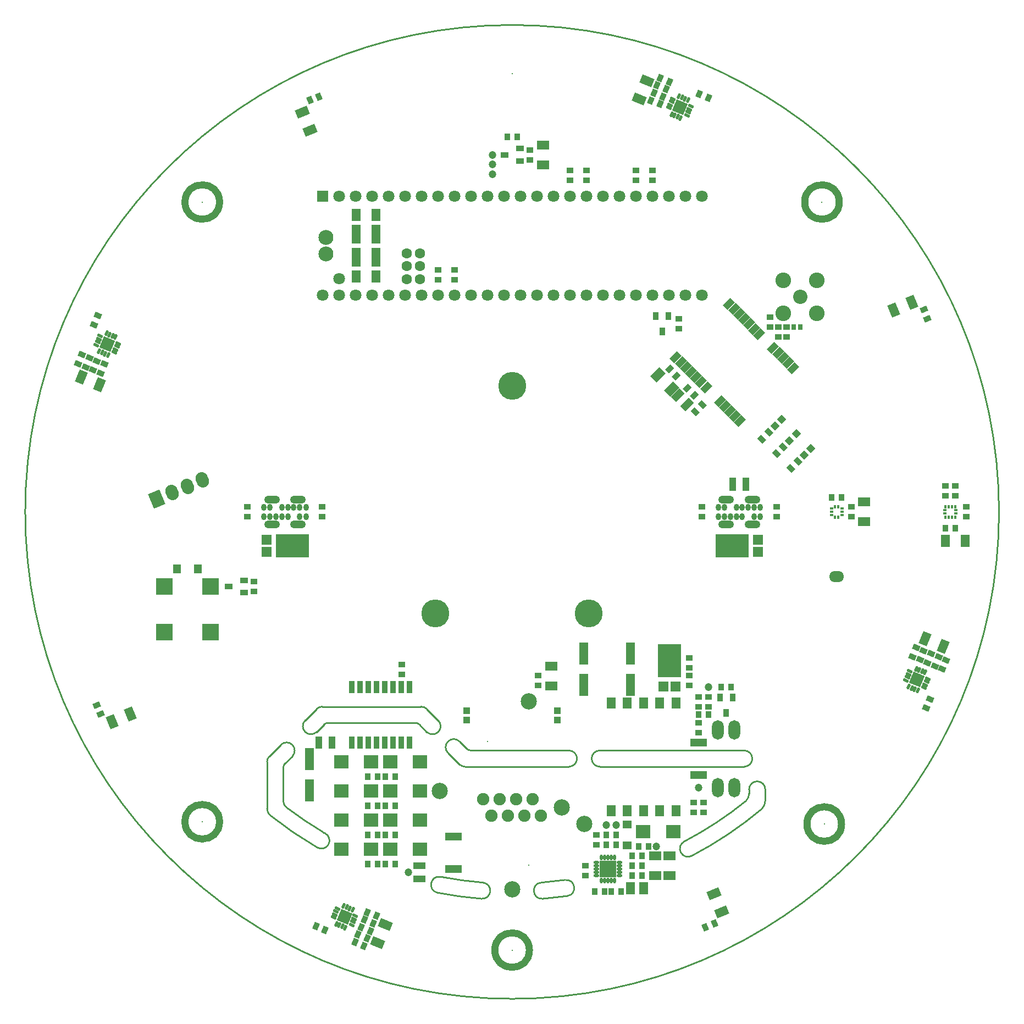
<source format=gbs>
G04*
G04 #@! TF.GenerationSoftware,Altium Limited,Altium Designer,22.2.1 (43)*
G04*
G04 Layer_Color=16711935*
%FSLAX44Y44*%
%MOMM*%
G71*
G04*
G04 #@! TF.SameCoordinates,2D810589-119A-40C1-8923-BCE66BF163E0*
G04*
G04*
G04 #@! TF.FilePolarity,Negative*
G04*
G01*
G75*
%ADD10C,0.2540*%
%ADD59R,0.8382X1.0922*%
G04:AMPARAMS|DCode=64|XSize=1.0922mm|YSize=0.8382mm|CornerRadius=0mm|HoleSize=0mm|Usage=FLASHONLY|Rotation=67.500|XOffset=0mm|YOffset=0mm|HoleType=Round|Shape=Rectangle|*
%AMROTATEDRECTD64*
4,1,4,0.1782,-0.6649,-0.5962,-0.3442,-0.1782,0.6649,0.5962,0.3442,0.1782,-0.6649,0.0*
%
%ADD64ROTATEDRECTD64*%

G04:AMPARAMS|DCode=65|XSize=1.0922mm|YSize=0.8382mm|CornerRadius=0mm|HoleSize=0mm|Usage=FLASHONLY|Rotation=45.000|XOffset=0mm|YOffset=0mm|HoleType=Round|Shape=Rectangle|*
%AMROTATEDRECTD65*
4,1,4,-0.0898,-0.6825,-0.6825,-0.0898,0.0898,0.6825,0.6825,0.0898,-0.0898,-0.6825,0.0*
%
%ADD65ROTATEDRECTD65*%

%ADD67R,1.0922X0.8382*%
G04:AMPARAMS|DCode=69|XSize=1.0922mm|YSize=0.8382mm|CornerRadius=0mm|HoleSize=0mm|Usage=FLASHONLY|Rotation=315.000|XOffset=0mm|YOffset=0mm|HoleType=Round|Shape=Rectangle|*
%AMROTATEDRECTD69*
4,1,4,-0.6825,0.0898,-0.0898,0.6825,0.6825,-0.0898,0.0898,-0.6825,-0.6825,0.0898,0.0*
%
%ADD69ROTATEDRECTD69*%

G04:AMPARAMS|DCode=70|XSize=1.0922mm|YSize=0.8382mm|CornerRadius=0mm|HoleSize=0mm|Usage=FLASHONLY|Rotation=292.500|XOffset=0mm|YOffset=0mm|HoleType=Round|Shape=Rectangle|*
%AMROTATEDRECTD70*
4,1,4,-0.5962,0.3442,0.1782,0.6649,0.5962,-0.3442,-0.1782,-0.6649,-0.5962,0.3442,0.0*
%
%ADD70ROTATEDRECTD70*%

G04:AMPARAMS|DCode=71|XSize=1.0922mm|YSize=0.8382mm|CornerRadius=0mm|HoleSize=0mm|Usage=FLASHONLY|Rotation=247.500|XOffset=0mm|YOffset=0mm|HoleType=Round|Shape=Rectangle|*
%AMROTATEDRECTD71*
4,1,4,-0.1782,0.6649,0.5962,0.3442,0.1782,-0.6649,-0.5962,-0.3442,-0.1782,0.6649,0.0*
%
%ADD71ROTATEDRECTD71*%

G04:AMPARAMS|DCode=74|XSize=1.0922mm|YSize=0.8382mm|CornerRadius=0mm|HoleSize=0mm|Usage=FLASHONLY|Rotation=112.500|XOffset=0mm|YOffset=0mm|HoleType=Round|Shape=Rectangle|*
%AMROTATEDRECTD74*
4,1,4,0.5962,-0.3442,-0.1782,-0.6649,-0.5962,0.3442,0.1782,0.6649,0.5962,-0.3442,0.0*
%
%ADD74ROTATEDRECTD74*%

%ADD90C,4.3032*%
%ADD91O,2.4032X1.2532*%
%ADD92O,0.8532X1.0532*%
%ADD93C,0.2032*%
G04:AMPARAMS|DCode=94|XSize=1.9032mm|YSize=2.4032mm|CornerRadius=0mm|HoleSize=0mm|Usage=FLASHONLY|Rotation=202.500|XOffset=0mm|YOffset=0mm|HoleType=Round|Shape=Rectangle|*
%AMROTATEDRECTD94*
4,1,4,0.4193,1.4743,1.3390,-0.7460,-0.4193,-1.4743,-1.3390,0.7460,0.4193,1.4743,0.0*
%
%ADD94ROTATEDRECTD94*%

G04:AMPARAMS|DCode=95|XSize=1.9032mm|YSize=2.4032mm|CornerRadius=0mm|HoleSize=0mm|Usage=FLASHONLY|Rotation=202.500|XOffset=0mm|YOffset=0mm|HoleType=Round|Shape=Round|*
%AMOVALD95*
21,1,0.5000,1.9032,0.0000,0.0000,292.5*
1,1,1.9032,-0.0957,0.2310*
1,1,1.9032,0.0957,-0.2310*
%
%ADD95OVALD95*%

%ADD96O,2.2032X2.2032*%
%ADD97O,2.4032X2.4032*%
%ADD98C,2.5032*%
%ADD99C,1.9032*%
%ADD100C,1.2032*%
%ADD101O,2.3032X1.7032*%
%ADD102C,2.3032*%
%ADD103C,1.6032*%
%ADD104C,1.8032*%
%ADD105R,1.8032X1.8032*%
%ADD190C,1.1020*%
%ADD191R,1.8542X1.0922*%
G04:AMPARAMS|DCode=192|XSize=1.3462mm|YSize=1.9812mm|CornerRadius=0mm|HoleSize=0mm|Usage=FLASHONLY|Rotation=67.499|XOffset=0mm|YOffset=0mm|HoleType=Round|Shape=Rectangle|*
%AMROTATEDRECTD192*
4,1,4,0.6576,-1.0010,-1.1728,-0.2427,-0.6576,1.0010,1.1728,0.2427,0.6576,-1.0010,0.0*
%
%ADD192ROTATEDRECTD192*%

G04:AMPARAMS|DCode=193|XSize=1.3462mm|YSize=1.9812mm|CornerRadius=0mm|HoleSize=0mm|Usage=FLASHONLY|Rotation=157.500|XOffset=0mm|YOffset=0mm|HoleType=Round|Shape=Rectangle|*
%AMROTATEDRECTD193*
4,1,4,1.0010,0.6576,0.2428,-1.1728,-1.0010,-0.6576,-0.2428,1.1728,1.0010,0.6576,0.0*
%
%ADD193ROTATEDRECTD193*%

G04:AMPARAMS|DCode=194|XSize=0.4532mm|YSize=0.9532mm|CornerRadius=0mm|HoleSize=0mm|Usage=FLASHONLY|Rotation=247.500|XOffset=0mm|YOffset=0mm|HoleType=Round|Shape=Round|*
%AMOVALD194*
21,1,0.5000,0.4532,0.0000,0.0000,337.5*
1,1,0.4532,-0.2310,0.0957*
1,1,0.4532,0.2310,-0.0957*
%
%ADD194OVALD194*%

%ADD195P,2.6208X4X202.5*%
G04:AMPARAMS|DCode=196|XSize=0.4532mm|YSize=0.9532mm|CornerRadius=0mm|HoleSize=0mm|Usage=FLASHONLY|Rotation=337.500|XOffset=0mm|YOffset=0mm|HoleType=Round|Shape=Round|*
%AMOVALD196*
21,1,0.5000,0.4532,0.0000,0.0000,67.5*
1,1,0.4532,-0.0957,-0.2310*
1,1,0.4532,0.0957,0.2310*
%
%ADD196OVALD196*%

G04:AMPARAMS|DCode=197|XSize=1.0922mm|YSize=0.8382mm|CornerRadius=0mm|HoleSize=0mm|Usage=FLASHONLY|Rotation=337.500|XOffset=0mm|YOffset=0mm|HoleType=Round|Shape=Rectangle|*
%AMROTATEDRECTD197*
4,1,4,-0.6649,-0.1782,-0.3442,0.5962,0.6649,0.1782,0.3442,-0.5962,-0.6649,-0.1782,0.0*
%
%ADD197ROTATEDRECTD197*%

G04:AMPARAMS|DCode=198|XSize=1.3462mm|YSize=1.9812mm|CornerRadius=0mm|HoleSize=0mm|Usage=FLASHONLY|Rotation=202.500|XOffset=0mm|YOffset=0mm|HoleType=Round|Shape=Rectangle|*
%AMROTATEDRECTD198*
4,1,4,0.2428,1.1728,1.0010,-0.6576,-0.2428,-1.1728,-1.0010,0.6576,0.2428,1.1728,0.0*
%
%ADD198ROTATEDRECTD198*%

G04:AMPARAMS|DCode=199|XSize=1.0922mm|YSize=0.8382mm|CornerRadius=0mm|HoleSize=0mm|Usage=FLASHONLY|Rotation=202.500|XOffset=0mm|YOffset=0mm|HoleType=Round|Shape=Rectangle|*
%AMROTATEDRECTD199*
4,1,4,0.3442,0.5962,0.6649,-0.1782,-0.3442,-0.5962,-0.6649,0.1782,0.3442,0.5962,0.0*
%
%ADD199ROTATEDRECTD199*%

%ADD200P,2.6208X4X292.5*%
G04:AMPARAMS|DCode=201|XSize=1.3462mm|YSize=1.9812mm|CornerRadius=0mm|HoleSize=0mm|Usage=FLASHONLY|Rotation=247.500|XOffset=0mm|YOffset=0mm|HoleType=Round|Shape=Rectangle|*
%AMROTATEDRECTD201*
4,1,4,-0.6576,1.0010,1.1728,0.2428,0.6576,-1.0010,-1.1728,-0.2428,-0.6576,1.0010,0.0*
%
%ADD201ROTATEDRECTD201*%

G04:AMPARAMS|DCode=202|XSize=1.3462mm|YSize=1.9812mm|CornerRadius=0mm|HoleSize=0mm|Usage=FLASHONLY|Rotation=292.500|XOffset=0mm|YOffset=0mm|HoleType=Round|Shape=Rectangle|*
%AMROTATEDRECTD202*
4,1,4,-1.1728,0.2428,0.6576,1.0010,1.1728,-0.2428,-0.6576,-1.0010,-1.1728,0.2428,0.0*
%
%ADD202ROTATEDRECTD202*%

G04:AMPARAMS|DCode=203|XSize=1.0922mm|YSize=0.8382mm|CornerRadius=0mm|HoleSize=0mm|Usage=FLASHONLY|Rotation=202.500|XOffset=0mm|YOffset=0mm|HoleType=Round|Shape=Rectangle|*
%AMROTATEDRECTD203*
4,1,4,0.3442,0.5962,0.6649,-0.1782,-0.3442,-0.5962,-0.6649,0.1782,0.3442,0.5962,0.0*
%
%ADD203ROTATEDRECTD203*%

G04:AMPARAMS|DCode=204|XSize=1.3462mm|YSize=1.9812mm|CornerRadius=0mm|HoleSize=0mm|Usage=FLASHONLY|Rotation=112.499|XOffset=0mm|YOffset=0mm|HoleType=Round|Shape=Rectangle|*
%AMROTATEDRECTD204*
4,1,4,1.1728,-0.2428,-0.6576,-1.0009,-1.1728,0.2428,0.6576,1.0009,1.1728,-0.2428,0.0*
%
%ADD204ROTATEDRECTD204*%

%ADD205O,1.8032X3.0032*%
%ADD206R,1.0032X0.6532*%
G04:AMPARAMS|DCode=207|XSize=1.0282mm|YSize=1.6032mm|CornerRadius=0mm|HoleSize=0mm|Usage=FLASHONLY|Rotation=315.000|XOffset=0mm|YOffset=0mm|HoleType=Round|Shape=Rectangle|*
%AMROTATEDRECTD207*
4,1,4,-0.9303,-0.2033,0.2033,0.9303,0.9303,0.2033,-0.2033,-0.9303,-0.9303,-0.2033,0.0*
%
%ADD207ROTATEDRECTD207*%

%ADD208R,0.5532X0.4532*%
%ADD209R,0.4532X0.5532*%
G04:AMPARAMS|DCode=210|XSize=1.0922mm|YSize=1.8542mm|CornerRadius=0mm|HoleSize=0mm|Usage=FLASHONLY|Rotation=135.000|XOffset=0mm|YOffset=0mm|HoleType=Round|Shape=Rectangle|*
%AMROTATEDRECTD210*
4,1,4,1.0417,0.2694,-0.2694,-1.0417,-1.0417,-0.2694,0.2694,1.0417,1.0417,0.2694,0.0*
%
%ADD210ROTATEDRECTD210*%

%ADD211R,1.6032X1.5932*%
%ADD212R,5.0632X3.5632*%
G04:AMPARAMS|DCode=213|XSize=1.3462mm|YSize=1.9812mm|CornerRadius=0mm|HoleSize=0mm|Usage=FLASHONLY|Rotation=315.000|XOffset=0mm|YOffset=0mm|HoleType=Round|Shape=Rectangle|*
%AMROTATEDRECTD213*
4,1,4,-1.1764,-0.2245,0.2245,1.1764,1.1764,0.2245,-0.2245,-1.1764,-1.1764,-0.2245,0.0*
%
%ADD213ROTATEDRECTD213*%

%ADD214R,0.5832X0.4532*%
%ADD215R,0.4532X0.5832*%
%ADD216R,1.9812X1.3462*%
%ADD217P,1.4187X4X360.0*%
%ADD218R,1.3462X1.9812*%
%ADD219R,0.7732X0.8232*%
%ADD220R,2.2032X2.0032*%
%ADD221O,0.9532X0.4532*%
%ADD222O,0.4532X0.9532*%
%ADD223R,2.6532X2.6532*%
%ADD224R,1.4032X3.4032*%
%ADD225R,1.4732X1.7532*%
%ADD226R,1.0922X1.8542*%
%ADD227R,0.9632X1.8532*%
%ADD228R,1.0032X1.0032*%
%ADD229R,2.5032X1.2532*%
%ADD230R,1.5932X1.6032*%
%ADD231R,3.5632X5.0632*%
%ADD232R,0.9032X1.2032*%
%ADD233R,1.4032X1.2032*%
%ADD234R,1.3462X1.8542*%
%ADD235R,1.2032X1.4032*%
%ADD236R,1.2032X0.9032*%
%ADD237R,1.3462X2.9972*%
%ADD238R,2.5032X2.5032*%
G04:AMPARAMS|DCode=239|XSize=0.4532mm|YSize=0.9532mm|CornerRadius=0mm|HoleSize=0mm|Usage=FLASHONLY|Rotation=157.499|XOffset=0mm|YOffset=0mm|HoleType=Round|Shape=Round|*
%AMOVALD239*
21,1,0.5000,0.4532,0.0000,0.0000,247.5*
1,1,0.4532,0.0957,0.2310*
1,1,0.4532,-0.0957,-0.2310*
%
%ADD239OVALD239*%

%ADD240P,2.6208X4X112.5*%
G04:AMPARAMS|DCode=241|XSize=0.4532mm|YSize=0.9532mm|CornerRadius=0mm|HoleSize=0mm|Usage=FLASHONLY|Rotation=247.499|XOffset=0mm|YOffset=0mm|HoleType=Round|Shape=Round|*
%AMOVALD241*
21,1,0.5000,0.4532,0.0000,0.0000,337.5*
1,1,0.4532,-0.2310,0.0957*
1,1,0.4532,0.2310,-0.0957*
%
%ADD241OVALD241*%

%ADD242C,0.7532*%
D10*
X-109924Y-562113D02*
G03*
X-114724Y-586648I-2400J-12268D01*
G01*
X-47045Y-595906D02*
G03*
X-45078Y-570983I984J12461D01*
G01*
X-109924Y-562113D02*
G03*
X-45078Y-570983I109924J562113D01*
G01*
X-114724Y-586648D02*
G03*
X-47045Y-595906I114724J586648D01*
G01*
X-345493Y-456824D02*
G03*
X-291590Y-492980I345493J456824D01*
G01*
X360236Y-445291D02*
G03*
X365000Y-433789I-11502J11502D01*
G01*
X384651Y-457559D02*
G03*
X390000Y-444646I-12913J12913D01*
G01*
X377500Y-415000D02*
G03*
X365000Y-427500I0J-12500D01*
G01*
X390000D02*
G03*
X377500Y-415000I-12500J0D01*
G01*
X265110Y-507711D02*
G03*
X276681Y-529872I5785J-11081D01*
G01*
X47045Y-595906D02*
G03*
X84886Y-591702I-47045J595906D01*
G01*
X45078Y-570983D02*
G03*
X81336Y-566955I-45078J570983D01*
G01*
X84886Y-591702D02*
G03*
X81336Y-566955I-1775J12373D01*
G01*
X265110Y-507711D02*
G03*
X360236Y-445291I-265110J507711D01*
G01*
X276681Y-529872D02*
G03*
X384651Y-457559I-276681J529872D01*
G01*
X45078Y-570983D02*
G03*
X47045Y-595906I984J-12461D01*
G01*
X-372571Y-467472D02*
G03*
X-299807Y-517161I372559J467458D01*
G01*
D02*
G03*
X-288036Y-495107I6017J10956D01*
G01*
X-352404Y-445290D02*
G03*
X-347540Y-455262I12655J-0D01*
G01*
X-377435Y-457500D02*
G03*
X-372571Y-467472I12655J-0D01*
G01*
X-373965Y-376465D02*
G03*
X-377500Y-385000I8536J-8536D01*
G01*
X-338572Y-376428D02*
G03*
X-338572Y-358750I-8839J8839D01*
G01*
D02*
G03*
X-356250Y-358750I-8839J-8839D01*
G01*
X-349929Y-387784D02*
G03*
X-352404Y-393759I5975J-5975D01*
G01*
X357500Y-392500D02*
G03*
X370000Y-380000I0J12500D01*
G01*
D02*
G03*
X357500Y-367500I-12500J0D01*
G01*
X135000D02*
G03*
X122500Y-380000I0J-12500D01*
G01*
D02*
G03*
X135000Y-392500I12500J0D01*
G01*
X-283741Y-325096D02*
G03*
X-289716Y-327571I0J-8449D01*
G01*
X-318750Y-321250D02*
G03*
X-318750Y-338928I8839J-8839D01*
G01*
D02*
G03*
X-301072Y-338928I8839J8839D01*
G01*
X-292500Y-300000D02*
G03*
X-301035Y-303535I0J-12071D01*
G01*
X-131465D02*
G03*
X-140000Y-300000I-8536J-8536D01*
G01*
X-131428Y-338928D02*
G03*
X-113750Y-338928I8839J8839D01*
G01*
D02*
G03*
X-113750Y-321250I-8839J8839D01*
G01*
X-142784Y-327571D02*
G03*
X-148759Y-325096I-5975J-5975D01*
G01*
X-69716Y-364929D02*
G03*
X-63741Y-367404I5975J5975D01*
G01*
X87500Y-392500D02*
G03*
X100000Y-380000I0J12500D01*
G01*
D02*
G03*
X87500Y-367500I-12500J0D01*
G01*
X-98750Y-353572D02*
G03*
X-98750Y-371250I8839J-8839D01*
G01*
X-81072Y-353572D02*
G03*
X-98750Y-353572I-8839J-8839D01*
G01*
X-81035Y-388965D02*
G03*
X-72500Y-392500I8536J8536D01*
G01*
X750000Y0D02*
G03*
X750000Y0I-750000J0D01*
G01*
X-347540Y-455262D02*
X-345493Y-456824D01*
X-291590Y-492980D02*
X-288036Y-495107D01*
X365000Y-433789D02*
Y-427500D01*
X390000Y-444646D02*
Y-427500D01*
X135000Y-367500D02*
X357500D01*
X-352404Y-445290D02*
Y-393759D01*
X-377500Y-385000D02*
X-377435Y-457500D01*
X-373965Y-376465D02*
X-356250Y-358750D01*
X-349929Y-387784D02*
X-338572Y-376428D01*
X135000Y-392500D02*
X357500D01*
X-301072Y-338928D02*
X-289716Y-327571D01*
X-318750Y-321250D02*
X-301035Y-303535D01*
X-283741Y-325010D02*
X-148759Y-325096D01*
X-131465Y-303535D02*
X-113750Y-321250D01*
X-292500Y-300000D02*
X-140000Y-300000D01*
X-142784Y-327571D02*
X-131428Y-338928D01*
X-81072Y-353572D02*
X-69716Y-364929D01*
X-72500Y-392500D02*
X87500D01*
X-98750Y-371250D02*
X-81035Y-388965D01*
X-63741Y-367404D02*
X87500Y-367500D01*
D59*
X492380Y22500D02*
D03*
X507620D02*
D03*
X667380Y-25000D02*
D03*
X682620D02*
D03*
X127380Y-585000D02*
D03*
X142620D02*
D03*
X200120Y-560000D02*
D03*
X184880D02*
D03*
X200120Y-530000D02*
D03*
X184880D02*
D03*
X-207380Y-407500D02*
D03*
X-222620Y-407500D02*
D03*
X-207380Y-452500D02*
D03*
X-222620Y-452500D02*
D03*
X-207380Y-542500D02*
D03*
X-222620Y-542500D02*
D03*
X-207380Y-497500D02*
D03*
X-222620Y-497500D02*
D03*
X337620Y-270000D02*
D03*
X322380D02*
D03*
X-195120Y-407500D02*
D03*
X-179880Y-407500D02*
D03*
X-195120Y-452500D02*
D03*
X-179880Y-452500D02*
D03*
X-195120Y-497500D02*
D03*
X-179880Y-497500D02*
D03*
X-195120Y-542500D02*
D03*
X-179880Y-542500D02*
D03*
X302620Y-312500D02*
D03*
X287380Y-312500D02*
D03*
X144880Y-497500D02*
D03*
X160120D02*
D03*
X167620Y-585000D02*
D03*
X152380Y-585000D02*
D03*
X200120Y-545000D02*
D03*
X184880Y-545000D02*
D03*
X194880Y-515000D02*
D03*
X210120D02*
D03*
X144880Y-512500D02*
D03*
X160120D02*
D03*
X-7620Y577500D02*
D03*
X7620D02*
D03*
D64*
X302239Y637895D02*
D03*
X288159Y643727D02*
D03*
X242186Y662770D02*
D03*
X228106Y668602D02*
D03*
X223323Y657053D02*
D03*
X237403Y651221D02*
D03*
X218539Y645504D02*
D03*
X232619Y639672D02*
D03*
X213756Y633956D02*
D03*
X227836Y628124D02*
D03*
X-223052Y-616576D02*
D03*
X-208972Y-622408D02*
D03*
D65*
X242112Y220388D02*
D03*
X252888Y209612D02*
D03*
X269612Y190388D02*
D03*
X280388Y179612D02*
D03*
D67*
X407500Y-7620D02*
D03*
Y7620D02*
D03*
X292500Y7620D02*
D03*
Y-7620D02*
D03*
X88900Y525780D02*
D03*
Y510540D02*
D03*
X114300Y525780D02*
D03*
Y510540D02*
D03*
X410000Y269880D02*
D03*
Y285120D02*
D03*
X422500Y269880D02*
D03*
Y285120D02*
D03*
X-114300Y372960D02*
D03*
Y357720D02*
D03*
X397500Y284880D02*
D03*
Y300120D02*
D03*
X682500Y24880D02*
D03*
Y40120D02*
D03*
X667500Y24880D02*
D03*
Y40120D02*
D03*
X-88900Y372960D02*
D03*
X-88900Y357720D02*
D03*
X522500Y-7620D02*
D03*
X522500Y7620D02*
D03*
X700000Y7620D02*
D03*
Y-7620D02*
D03*
X130000Y-512620D02*
D03*
Y-497380D02*
D03*
X302500Y-284880D02*
D03*
X302500Y-300120D02*
D03*
X280000Y-462620D02*
D03*
Y-447380D02*
D03*
X272500Y-224880D02*
D03*
X272500Y-240120D02*
D03*
X295000Y-447380D02*
D03*
Y-462620D02*
D03*
X272500Y-267620D02*
D03*
X272500Y-252380D02*
D03*
X-170000Y-234880D02*
D03*
Y-250120D02*
D03*
X40000Y-252380D02*
D03*
Y-267620D02*
D03*
X287500Y-300120D02*
D03*
X287500Y-284880D02*
D03*
X112500Y-560120D02*
D03*
X112500Y-544880D02*
D03*
X287500Y-340120D02*
D03*
X287500Y-324880D02*
D03*
X-397500Y-122620D02*
D03*
Y-107380D02*
D03*
X27500Y542380D02*
D03*
Y557620D02*
D03*
X-292500Y-7620D02*
D03*
Y7620D02*
D03*
X-407500Y7620D02*
D03*
Y-7620D02*
D03*
X190500Y510540D02*
D03*
Y525780D02*
D03*
X215900Y525780D02*
D03*
X215900Y510540D02*
D03*
X256540Y281940D02*
D03*
Y297180D02*
D03*
D69*
X395388Y122888D02*
D03*
X384612Y112112D02*
D03*
X417888Y100388D02*
D03*
X407112Y89612D02*
D03*
X292888Y165388D02*
D03*
X282112Y154612D02*
D03*
X440388Y77888D02*
D03*
X429612Y67112D02*
D03*
D70*
X311475Y-634063D02*
D03*
X297395Y-639895D02*
D03*
D71*
X-223326Y-657036D02*
D03*
X-237405Y-651204D02*
D03*
X-302239Y-637895D02*
D03*
X-288159Y-643727D02*
D03*
X-218542Y-645488D02*
D03*
X-232622Y-639655D02*
D03*
X-213756Y-633956D02*
D03*
X-227836Y-628124D02*
D03*
X-242186Y-662769D02*
D03*
X-228106Y-668602D02*
D03*
D74*
X-311477Y634068D02*
D03*
X-297397Y639900D02*
D03*
D90*
X118110Y-156210D02*
D03*
X-118110D02*
D03*
X0Y194310D02*
D03*
D91*
X-330000Y-19300D02*
D03*
X-370000Y-19300D02*
D03*
Y19300D02*
D03*
X-330000Y19300D02*
D03*
X330000Y-19300D02*
D03*
X370000D02*
D03*
Y19300D02*
D03*
X330000D02*
D03*
D92*
X-354500Y7000D02*
D03*
X-373000D02*
D03*
X-382500Y7000D02*
D03*
X-336500Y7000D02*
D03*
X-345500D02*
D03*
X-327000D02*
D03*
X-317500D02*
D03*
X-345500Y-7000D02*
D03*
X-327000D02*
D03*
X-317500Y-7000D02*
D03*
X-363500Y-7000D02*
D03*
X-354500D02*
D03*
X-373000D02*
D03*
X-382500D02*
D03*
X382500Y7000D02*
D03*
X373000D02*
D03*
X354500D02*
D03*
X363500D02*
D03*
X317500D02*
D03*
X327000D02*
D03*
X345500D02*
D03*
X317500Y-7000D02*
D03*
X327000D02*
D03*
X345500D02*
D03*
X336500D02*
D03*
X382500D02*
D03*
X373000D02*
D03*
X354500D02*
D03*
D93*
X0Y675000D02*
D03*
X480832Y-480832D02*
D03*
X0Y-675000D02*
D03*
X-477297Y-477297D02*
D03*
Y477297D02*
D03*
X477297D02*
D03*
X-38100Y-353400D02*
D03*
X25400Y-543900D02*
D03*
D94*
X-547416Y19987D02*
D03*
D95*
X-523949Y29707D02*
D03*
X-500483Y39427D02*
D03*
X-477016Y49147D02*
D03*
D96*
X443548Y331048D02*
D03*
D97*
X469048Y356548D02*
D03*
X418048D02*
D03*
Y305548D02*
D03*
X469048D02*
D03*
D98*
X25400Y-291750D02*
D03*
X76200Y-455000D02*
D03*
X111250Y-480400D02*
D03*
X-111250Y-429600D02*
D03*
X0Y-581250D02*
D03*
D99*
X31750Y-442300D02*
D03*
X6350D02*
D03*
X-19050D02*
D03*
X-44450D02*
D03*
X-31750Y-467700D02*
D03*
X-6350D02*
D03*
X19050D02*
D03*
X44450D02*
D03*
D100*
X287500Y-425000D02*
D03*
X145000Y-482500D02*
D03*
X-160000Y-555000D02*
D03*
X160000Y-482500D02*
D03*
X222500Y-515000D02*
D03*
X302500Y-270000D02*
D03*
X-30000Y520000D02*
D03*
Y535000D02*
D03*
Y550000D02*
D03*
D101*
X500000Y-100000D02*
D03*
D102*
X-287000Y422700D02*
D03*
Y397300D02*
D03*
D103*
X-162400Y398300D02*
D03*
Y378300D02*
D03*
Y358300D02*
D03*
X-142400Y398300D02*
D03*
Y378300D02*
D03*
Y358300D02*
D03*
D104*
X-266700Y359200D02*
D03*
X38100Y333800D02*
D03*
X12700D02*
D03*
X-12700D02*
D03*
X-38100D02*
D03*
X-63500D02*
D03*
X-88900Y333800D02*
D03*
X-114300Y333800D02*
D03*
X-139700D02*
D03*
X-165100D02*
D03*
X-190500D02*
D03*
X-215900Y333800D02*
D03*
X-241300Y333800D02*
D03*
X-266700D02*
D03*
X-292100D02*
D03*
X38100Y486200D02*
D03*
X12700D02*
D03*
X-12700D02*
D03*
X-38100D02*
D03*
X-63500D02*
D03*
X-88900D02*
D03*
X-114300D02*
D03*
X-139700D02*
D03*
X-165100D02*
D03*
X-190500D02*
D03*
X-215900D02*
D03*
X-241300D02*
D03*
X-266700D02*
D03*
X63500D02*
D03*
X88900D02*
D03*
X114300D02*
D03*
X139700D02*
D03*
X165100D02*
D03*
X190500D02*
D03*
X215900D02*
D03*
X241300D02*
D03*
X266700D02*
D03*
X292100D02*
D03*
Y333800D02*
D03*
X266700D02*
D03*
X241300D02*
D03*
X215900D02*
D03*
X190500D02*
D03*
X165100D02*
D03*
X139700D02*
D03*
X114300D02*
D03*
X88900D02*
D03*
X63500D02*
D03*
D105*
X-292100Y486200D02*
D03*
D190*
X507443Y-480832D02*
G03*
X507443Y-480832I-26610J0D01*
G01*
X26610Y-675000D02*
G03*
X26610Y-675000I-26610J0D01*
G01*
X-450687Y-477297D02*
G03*
X-450687Y-477297I-26610J0D01*
G01*
Y477297D02*
G03*
X-450687Y477297I-26610J0D01*
G01*
X503907D02*
G03*
X503907Y477297I-26610J0D01*
G01*
D191*
X-142500Y-565160D02*
D03*
X-142500Y-544840D02*
D03*
D192*
X-207360Y-663910D02*
D03*
X-195696Y-635750D02*
D03*
D193*
X635766Y-195693D02*
D03*
X663926Y-207358D02*
D03*
X-663926Y207358D02*
D03*
X-635766Y195693D02*
D03*
D194*
X634607Y-270981D02*
D03*
X636520Y-266361D02*
D03*
X640347Y-257122D02*
D03*
X638433Y-261742D02*
D03*
X608804Y-254881D02*
D03*
X606890Y-259500D02*
D03*
X610717Y-250261D02*
D03*
X612630Y-245642D02*
D03*
X273126Y620188D02*
D03*
X275040Y624807D02*
D03*
X271213Y615569D02*
D03*
X269299Y610949D02*
D03*
X243496Y627049D02*
D03*
X241583Y622430D02*
D03*
X245410Y631669D02*
D03*
X247323Y636288D02*
D03*
X-612630Y245642D02*
D03*
X-610717Y250261D02*
D03*
X-606890Y259500D02*
D03*
X-608804Y254881D02*
D03*
X-638433Y261742D02*
D03*
X-640347Y257122D02*
D03*
X-636520Y266361D02*
D03*
X-634607Y270981D02*
D03*
D195*
X623619Y-258311D02*
D03*
X-623619Y258311D02*
D03*
D196*
X620188Y-273126D02*
D03*
X624807Y-275040D02*
D03*
X615569Y-271213D02*
D03*
X610949Y-269299D02*
D03*
X627049Y-243496D02*
D03*
X622430Y-241583D02*
D03*
X631669Y-245410D02*
D03*
X636288Y-247323D02*
D03*
X270981Y634607D02*
D03*
X266361Y636520D02*
D03*
X257122Y640347D02*
D03*
X261742Y638433D02*
D03*
X254881Y608804D02*
D03*
X259500Y606890D02*
D03*
X250261Y610717D02*
D03*
X245642Y612631D02*
D03*
X-636288Y247323D02*
D03*
X-631669Y245410D02*
D03*
X-622430Y241583D02*
D03*
X-627049Y243496D02*
D03*
X-610949Y269299D02*
D03*
X-615569Y271213D02*
D03*
X-624807Y275040D02*
D03*
X-620188Y273126D02*
D03*
D197*
X637895Y-302238D02*
D03*
X643727Y-288159D02*
D03*
X662769Y-242186D02*
D03*
X668602Y-228106D02*
D03*
X657053Y-223323D02*
D03*
X651221Y-237403D02*
D03*
X645504Y-218539D02*
D03*
X639672Y-232619D02*
D03*
X633956Y-213756D02*
D03*
X628124Y-227836D02*
D03*
X-643727Y288159D02*
D03*
X-637895Y302239D02*
D03*
X-668602Y228106D02*
D03*
X-662770Y242186D02*
D03*
X-651221Y237403D02*
D03*
X-657053Y223323D02*
D03*
X-639672Y232619D02*
D03*
X-645504Y218539D02*
D03*
X-628124Y227836D02*
D03*
X-633956Y213756D02*
D03*
X622407Y-208972D02*
D03*
X616575Y-223052D02*
D03*
D198*
X587930Y311178D02*
D03*
X616091Y322843D02*
D03*
X-616090Y-322843D02*
D03*
X-587930Y-311178D02*
D03*
D199*
X634068Y311477D02*
D03*
X639900Y297397D02*
D03*
X-634068Y-311477D02*
D03*
D200*
X258311Y623619D02*
D03*
D201*
X195693Y635766D02*
D03*
X207358Y663926D02*
D03*
D202*
X-311178Y587931D02*
D03*
X-322843Y616091D02*
D03*
D203*
X-639900Y-297397D02*
D03*
D204*
X322841Y-616086D02*
D03*
X311177Y-587926D02*
D03*
D205*
X317300Y-335550D02*
D03*
X342700D02*
D03*
Y-424450D02*
D03*
X317300D02*
D03*
D206*
X339500Y42502D02*
D03*
X360500Y36000D02*
D03*
Y49000D02*
D03*
Y42499D02*
D03*
X339500Y36000D02*
D03*
Y49000D02*
D03*
D207*
X351082Y139587D02*
D03*
X343304Y147366D02*
D03*
X335526Y155144D02*
D03*
X327748Y162922D02*
D03*
X319970Y170700D02*
D03*
X298757Y191913D02*
D03*
X290978Y199692D02*
D03*
X283200Y207470D02*
D03*
X275422Y215248D02*
D03*
X267644Y223026D02*
D03*
X259866Y230804D02*
D03*
X252087Y238582D02*
D03*
X433107Y221612D02*
D03*
X425329Y229390D02*
D03*
X417551Y237168D02*
D03*
X409772Y244946D02*
D03*
X401994Y252725D02*
D03*
X380781Y273938D02*
D03*
X373003Y281716D02*
D03*
X365225Y289494D02*
D03*
X357446Y297272D02*
D03*
X349668Y305051D02*
D03*
X341890Y312829D02*
D03*
X334112Y320607D02*
D03*
D208*
X492000Y-5000D02*
D03*
Y5000D02*
D03*
Y-0D02*
D03*
X508000Y0D02*
D03*
X508000Y-5000D02*
D03*
Y5000D02*
D03*
D209*
X502500Y-8000D02*
D03*
X497500Y-8000D02*
D03*
X502500Y8000D02*
D03*
X497500Y8000D02*
D03*
D210*
X269684Y165316D02*
D03*
X255316Y179684D02*
D03*
D211*
X378620Y-61700D02*
D03*
Y-43300D02*
D03*
X-378620D02*
D03*
Y-61700D02*
D03*
D212*
X338800Y-52500D02*
D03*
X-338800D02*
D03*
D213*
X224224Y210776D02*
D03*
X245776Y189224D02*
D03*
D214*
X683100Y2500D02*
D03*
Y-2500D02*
D03*
X666900Y2500D02*
D03*
Y-2500D02*
D03*
D215*
X672500Y8100D02*
D03*
X667500D02*
D03*
X677500D02*
D03*
X682500D02*
D03*
X672500Y-8100D02*
D03*
X667500D02*
D03*
X677500D02*
D03*
X682500D02*
D03*
D216*
X542500Y15240D02*
D03*
X542500Y-15240D02*
D03*
X242500Y-560240D02*
D03*
Y-529760D02*
D03*
X220000Y-560240D02*
D03*
Y-529760D02*
D03*
X60000Y-267740D02*
D03*
Y-237260D02*
D03*
X47500Y565240D02*
D03*
Y534760D02*
D03*
D217*
X404697Y132197D02*
D03*
X415303Y142803D02*
D03*
X427197Y109697D02*
D03*
X437803Y120303D02*
D03*
X449697Y87197D02*
D03*
X460303Y97803D02*
D03*
D218*
X697740Y-45000D02*
D03*
X667260D02*
D03*
X-209760Y362500D02*
D03*
X-240240D02*
D03*
X-209760Y457500D02*
D03*
X-240240D02*
D03*
D219*
X443550Y285000D02*
D03*
X433950D02*
D03*
D220*
X202000Y-492500D02*
D03*
X248000Y-492500D02*
D03*
X-217000Y-475000D02*
D03*
X-263000Y-475000D02*
D03*
X-217000Y-430000D02*
D03*
X-263000Y-430000D02*
D03*
X-217000Y-385000D02*
D03*
X-263000D02*
D03*
X-217000Y-520000D02*
D03*
X-263000Y-520000D02*
D03*
X-142000Y-475000D02*
D03*
X-188000Y-475000D02*
D03*
X-142000Y-520000D02*
D03*
X-188000Y-520000D02*
D03*
X-142000Y-430000D02*
D03*
X-188000Y-430000D02*
D03*
X-142000Y-385000D02*
D03*
X-188000Y-385000D02*
D03*
D221*
X130000Y-555000D02*
D03*
Y-560000D02*
D03*
Y-550000D02*
D03*
Y-545000D02*
D03*
Y-540000D02*
D03*
X165000Y-545000D02*
D03*
Y-540000D02*
D03*
Y-550000D02*
D03*
Y-555000D02*
D03*
Y-560000D02*
D03*
D222*
X152500Y-567500D02*
D03*
X157500D02*
D03*
X147500D02*
D03*
X142500D02*
D03*
X137500D02*
D03*
X142500Y-532500D02*
D03*
X137500D02*
D03*
X147500D02*
D03*
X152500D02*
D03*
X157500D02*
D03*
D223*
X147500Y-550000D02*
D03*
D224*
X-312500Y-429000D02*
D03*
X-312500Y-381000D02*
D03*
X110000Y-266500D02*
D03*
Y-218500D02*
D03*
X182500Y-266500D02*
D03*
X182500Y-218500D02*
D03*
D225*
X252500Y-294750D02*
D03*
X227500D02*
D03*
X152500D02*
D03*
X177500D02*
D03*
X202500D02*
D03*
X252500Y-460250D02*
D03*
X227500D02*
D03*
X152500D02*
D03*
X177500D02*
D03*
X202500D02*
D03*
D226*
X-277340Y-355000D02*
D03*
X-297660Y-355000D02*
D03*
D227*
X-246950Y-269950D02*
D03*
X-234250Y-269950D02*
D03*
X-221550Y-269950D02*
D03*
X-208850Y-269950D02*
D03*
X-196150Y-269950D02*
D03*
X-183450D02*
D03*
X-170750D02*
D03*
X-158050D02*
D03*
X-158050Y-355050D02*
D03*
X-170750D02*
D03*
X-183450D02*
D03*
X-196150Y-355050D02*
D03*
X-208850Y-355050D02*
D03*
X-234250Y-355050D02*
D03*
X-246950D02*
D03*
X-221550D02*
D03*
D228*
X70000Y-306000D02*
D03*
X70000Y-321000D02*
D03*
X-70000Y-306000D02*
D03*
X-70000Y-321000D02*
D03*
D229*
X287500Y-405000D02*
D03*
X287500Y-355000D02*
D03*
X-90000Y-550000D02*
D03*
Y-500000D02*
D03*
D230*
X233300Y-268620D02*
D03*
X251700Y-268620D02*
D03*
D231*
X242500Y-228800D02*
D03*
D232*
X339500Y-285500D02*
D03*
X320500D02*
D03*
X330000Y-309500D02*
D03*
X240640Y301560D02*
D03*
X221640D02*
D03*
X231140Y277560D02*
D03*
D233*
X177500Y-481300D02*
D03*
Y-513700D02*
D03*
D234*
X202660Y-580000D02*
D03*
X182340D02*
D03*
D235*
X-483800Y-87500D02*
D03*
X-516200D02*
D03*
D236*
X-413000Y-124500D02*
D03*
Y-105500D02*
D03*
X-437000Y-115000D02*
D03*
X12000Y540500D02*
D03*
Y559500D02*
D03*
X-12000Y550000D02*
D03*
D237*
X-209760Y392500D02*
D03*
X-240240D02*
D03*
X-209760Y427500D02*
D03*
X-240240D02*
D03*
D238*
X-464500Y-185500D02*
D03*
X-535500D02*
D03*
X-464500Y-114500D02*
D03*
X-535500D02*
D03*
D239*
X-270983Y-634589D02*
D03*
X-266364Y-636502D02*
D03*
X-257125Y-640330D02*
D03*
X-261744Y-638416D02*
D03*
X-254882Y-608786D02*
D03*
X-259502Y-606873D02*
D03*
X-250263Y-610700D02*
D03*
X-245644Y-612613D02*
D03*
D240*
X-258313Y-623601D02*
D03*
D241*
X-273128Y-620170D02*
D03*
X-275042Y-624790D02*
D03*
X-271215Y-615551D02*
D03*
X-269301Y-610932D02*
D03*
X-243498Y-627032D02*
D03*
X-241585Y-622413D02*
D03*
X-245412Y-631651D02*
D03*
X-247325Y-636271D02*
D03*
D242*
X134110Y-156210D02*
D03*
X132892Y-150087D02*
D03*
X124233Y-141428D02*
D03*
X129424Y-144896D02*
D03*
X118110Y-172210D02*
D03*
X124233Y-170992D02*
D03*
X132892Y-162333D02*
D03*
X129424Y-167524D02*
D03*
X102110Y-156210D02*
D03*
X103328Y-162333D02*
D03*
X111987Y-170992D02*
D03*
X106796Y-167524D02*
D03*
X118110Y-140210D02*
D03*
X111987Y-141428D02*
D03*
X103328Y-150087D02*
D03*
X106796Y-144896D02*
D03*
X-102110Y-156210D02*
D03*
X-103328Y-150087D02*
D03*
X-111987Y-141428D02*
D03*
X-106796Y-144896D02*
D03*
X-118110Y-172210D02*
D03*
X-111987Y-170992D02*
D03*
X-103328Y-162333D02*
D03*
X-106796Y-167524D02*
D03*
X-134110Y-156210D02*
D03*
X-132892Y-162333D02*
D03*
X-124233Y-170992D02*
D03*
X-129424Y-167524D02*
D03*
X-118110Y-140210D02*
D03*
X-132892Y-150087D02*
D03*
X-129424Y-144896D02*
D03*
X-11314Y205624D02*
D03*
X-14782Y200433D02*
D03*
X-6123Y209092D02*
D03*
X0Y210310D02*
D03*
X-11314Y182996D02*
D03*
X-6123Y179528D02*
D03*
X-14782Y188187D02*
D03*
X-16000Y194310D02*
D03*
X11314Y182996D02*
D03*
X14782Y188187D02*
D03*
X6123Y179528D02*
D03*
X0Y178310D02*
D03*
X11314Y205624D02*
D03*
X6123Y209092D02*
D03*
X14782Y200433D02*
D03*
X16000Y194310D02*
D03*
X-124233Y-141428D02*
D03*
M02*

</source>
